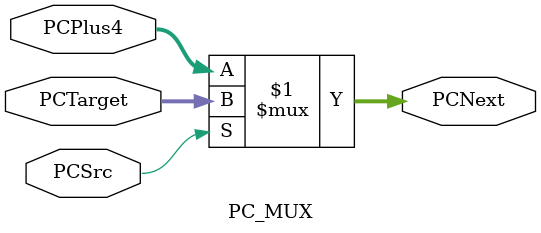
<source format=v>
module PC_MUX (
    input [31:0] PCPlus4, PCTarget,
    input PCSrc,
    output [31:0] PCNext
);

    assign PCNext = (PCSrc) ? PCTarget : PCPlus4;
    
endmodule
</source>
